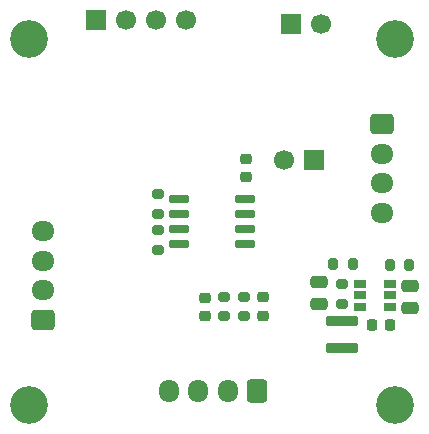
<source format=gbs>
%TF.GenerationSoftware,KiCad,Pcbnew,9.0.2-9.0.2-0~ubuntu22.04.1*%
%TF.CreationDate,2025-05-11T10:39:50+03:00*%
%TF.ProjectId,steper-motor-unit,73746570-6572-42d6-9d6f-746f722d756e,rev?*%
%TF.SameCoordinates,Original*%
%TF.FileFunction,Soldermask,Bot*%
%TF.FilePolarity,Negative*%
%FSLAX46Y46*%
G04 Gerber Fmt 4.6, Leading zero omitted, Abs format (unit mm)*
G04 Created by KiCad (PCBNEW 9.0.2-9.0.2-0~ubuntu22.04.1) date 2025-05-11 10:39:50*
%MOMM*%
%LPD*%
G01*
G04 APERTURE LIST*
G04 Aperture macros list*
%AMRoundRect*
0 Rectangle with rounded corners*
0 $1 Rounding radius*
0 $2 $3 $4 $5 $6 $7 $8 $9 X,Y pos of 4 corners*
0 Add a 4 corners polygon primitive as box body*
4,1,4,$2,$3,$4,$5,$6,$7,$8,$9,$2,$3,0*
0 Add four circle primitives for the rounded corners*
1,1,$1+$1,$2,$3*
1,1,$1+$1,$4,$5*
1,1,$1+$1,$6,$7*
1,1,$1+$1,$8,$9*
0 Add four rect primitives between the rounded corners*
20,1,$1+$1,$2,$3,$4,$5,0*
20,1,$1+$1,$4,$5,$6,$7,0*
20,1,$1+$1,$6,$7,$8,$9,0*
20,1,$1+$1,$8,$9,$2,$3,0*%
G04 Aperture macros list end*
%ADD10RoundRect,0.250000X0.725000X-0.600000X0.725000X0.600000X-0.725000X0.600000X-0.725000X-0.600000X0*%
%ADD11O,1.950000X1.700000*%
%ADD12C,3.200000*%
%ADD13RoundRect,0.250000X-0.725000X0.600000X-0.725000X-0.600000X0.725000X-0.600000X0.725000X0.600000X0*%
%ADD14R,1.700000X1.700000*%
%ADD15C,1.700000*%
%ADD16RoundRect,0.250000X0.600000X0.725000X-0.600000X0.725000X-0.600000X-0.725000X0.600000X-0.725000X0*%
%ADD17O,1.700000X1.950000*%
%ADD18R,1.000000X0.800000*%
%ADD19RoundRect,0.250000X0.475000X-0.250000X0.475000X0.250000X-0.475000X0.250000X-0.475000X-0.250000X0*%
%ADD20RoundRect,0.225000X0.250000X-0.225000X0.250000X0.225000X-0.250000X0.225000X-0.250000X-0.225000X0*%
%ADD21RoundRect,0.225000X-0.250000X0.225000X-0.250000X-0.225000X0.250000X-0.225000X0.250000X0.225000X0*%
%ADD22RoundRect,0.090000X0.760000X-0.210000X0.760000X0.210000X-0.760000X0.210000X-0.760000X-0.210000X0*%
%ADD23RoundRect,0.200000X0.275000X-0.200000X0.275000X0.200000X-0.275000X0.200000X-0.275000X-0.200000X0*%
%ADD24RoundRect,0.120000X-1.230000X-0.280000X1.230000X-0.280000X1.230000X0.280000X-1.230000X0.280000X0*%
%ADD25RoundRect,0.250000X-0.475000X0.250000X-0.475000X-0.250000X0.475000X-0.250000X0.475000X0.250000X0*%
%ADD26RoundRect,0.225000X0.225000X0.250000X-0.225000X0.250000X-0.225000X-0.250000X0.225000X-0.250000X0*%
%ADD27RoundRect,0.200000X-0.275000X0.200000X-0.275000X-0.200000X0.275000X-0.200000X0.275000X0.200000X0*%
%ADD28RoundRect,0.200000X0.200000X0.275000X-0.200000X0.275000X-0.200000X-0.275000X0.200000X-0.275000X0*%
G04 APERTURE END LIST*
D10*
%TO.C,J2*%
X5660000Y11700000D03*
D11*
X5660000Y14200000D03*
X5660000Y16700000D03*
X5660000Y19200000D03*
%TD*%
D12*
%TO.C,H1*%
X4500000Y4500000D03*
%TD*%
D13*
%TO.C,J3*%
X34360000Y28270000D03*
D11*
X34360000Y25770000D03*
X34360000Y23270000D03*
X34360000Y20770000D03*
%TD*%
D14*
%TO.C,J4*%
X28590000Y25215000D03*
D15*
X26050000Y25215000D03*
%TD*%
D12*
%TO.C,H2*%
X35500000Y4500000D03*
%TD*%
%TO.C,H3*%
X4500000Y35500000D03*
%TD*%
D14*
%TO.C,J6*%
X26675000Y36700000D03*
D15*
X29215000Y36700000D03*
%TD*%
D16*
%TO.C,J5*%
X23830000Y5632500D03*
D17*
X21330000Y5632500D03*
X18830000Y5632500D03*
X16330000Y5632500D03*
%TD*%
D14*
%TO.C,J1*%
X10190000Y37100000D03*
D15*
X12730000Y37100000D03*
X15270000Y37100000D03*
X17810000Y37100000D03*
%TD*%
D12*
%TO.C,H4*%
X35500000Y35500000D03*
%TD*%
D18*
%TO.C,U1*%
X32540000Y12800000D03*
X32540000Y13750000D03*
X32540000Y14700000D03*
X35040000Y14750000D03*
X35040000Y13750000D03*
X35040000Y12800000D03*
%TD*%
D19*
%TO.C,C3*%
X29050000Y13020000D03*
X29050000Y14920000D03*
%TD*%
D20*
%TO.C,C12*%
X22820000Y23785000D03*
X22820000Y25335000D03*
%TD*%
D21*
%TO.C,C17*%
X24340000Y13590000D03*
X24340000Y12040000D03*
%TD*%
D22*
%TO.C,U4*%
X22810000Y21905000D03*
X22810000Y20635000D03*
X22810000Y19365000D03*
X22810000Y18095000D03*
X17190000Y18095000D03*
X17190000Y19365000D03*
X17190000Y20635000D03*
X17190000Y21905000D03*
%TD*%
D23*
%TO.C,R1*%
X30950000Y13060000D03*
X30950000Y14710000D03*
%TD*%
D24*
%TO.C,L1*%
X30950000Y11580000D03*
X30950000Y9280000D03*
%TD*%
D25*
%TO.C,C2*%
X36780000Y14560000D03*
X36780000Y12660000D03*
%TD*%
D21*
%TO.C,C18*%
X19400000Y13580000D03*
X19400000Y12030000D03*
%TD*%
D23*
%TO.C,R12*%
X22730000Y11995000D03*
X22730000Y13645000D03*
%TD*%
%TO.C,R13*%
X21010000Y11995000D03*
X21010000Y13645000D03*
%TD*%
D26*
%TO.C,C1*%
X35075000Y11230000D03*
X33525000Y11230000D03*
%TD*%
D27*
%TO.C,R7*%
X15370000Y22315000D03*
X15370000Y20665000D03*
%TD*%
D23*
%TO.C,R8*%
X15370000Y17630000D03*
X15370000Y19280000D03*
%TD*%
D28*
%TO.C,R2*%
X36675000Y16320000D03*
X35025000Y16320000D03*
%TD*%
%TO.C,R3*%
X31890000Y16420000D03*
X30240000Y16420000D03*
%TD*%
M02*

</source>
